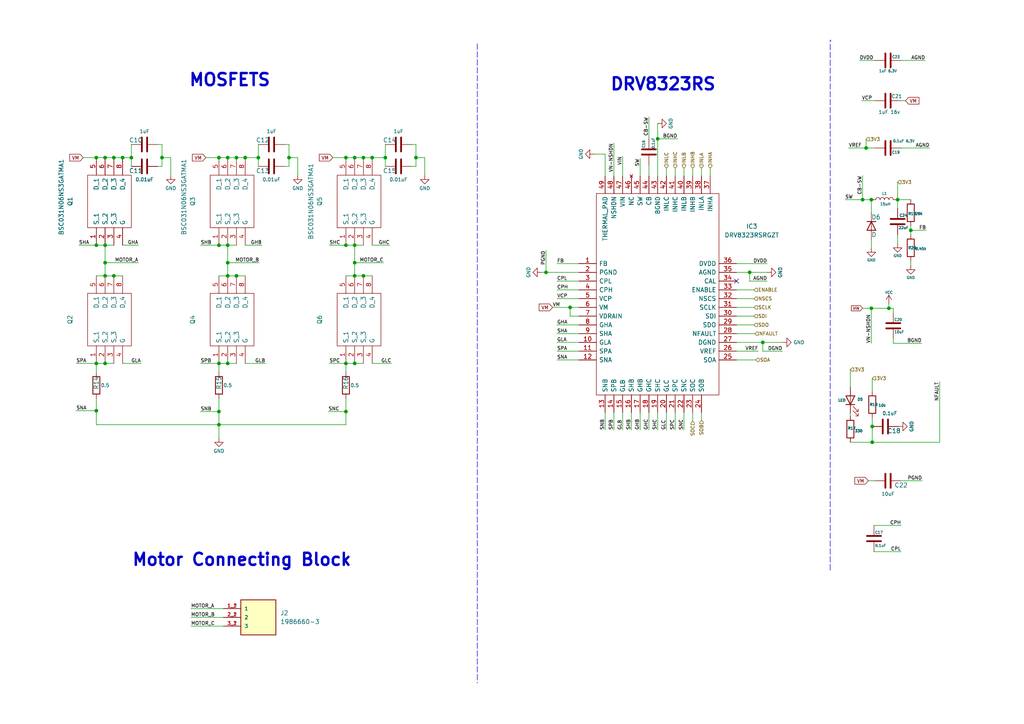
<source format=kicad_sch>
(kicad_sch (version 20211123) (generator eeschema)
  (paper "A4")
  (lib_symbols
    (symbol "3_Pin_Terminal_Block:1986660-3" (pin_names (offset 1.016))
      (property "Reference" "J" (at -5.58 5.08 0))
      (property "Value" "1986660-3" (at -5.08 -7.62 0))
      (symbol "1986660-3_0_0"
        (rectangle (start -5.08 -5.08) (end 5.08 5.08) (stroke (width 0.254)) (fill (type background)))
        (pin passive line (at -10.16 2.54 0) (length 5.08) (name "1") (number "1_1"))
        (pin passive line (at -10.16 2.54 0) (length 5.08) (name "1") (number "1_2"))
        (pin passive line (at -10.16 0 0) (length 5.08) (name "2") (number "2_1"))
        (pin passive line (at -10.16 0 0) (length 5.08) (name "2") (number "2_2"))
        (pin passive line (at -10.16 -2.54 0) (length 5.08) (name "3") (number "3_1"))
        (pin passive line (at -10.16 -2.54 0) (length 5.08) (name "3") (number "3_2"))
      )
    )
    (symbol "BSC031N06NS3GATMA1:BSC031N06NS3GATMA1" (pin_names (offset 0.762))
      (property "Reference" "Q" (at 21.59 7.62 0))
      (property "Value" "BSC031N06NS3GATMA1" (at 21.59 5.08 0))
      (symbol "BSC031N06NS3GATMA1_0_0"
        (pin passive line (at 0 0 0) (length 5.08) (name "S_1") (number "1"))
        (pin passive line (at 0 -2.54 0) (length 5.08) (name "S_2") (number "2"))
        (pin passive line (at 0 -5.08 0) (length 5.08) (name "S_3") (number "3"))
        (pin passive line (at 0 -7.62 0) (length 5.08) (name "G") (number "4"))
        (pin passive line (at 25.4 0 180) (length 5.08) (name "D_1") (number "5"))
        (pin passive line (at 25.4 -2.54 180) (length 5.08) (name "D_2") (number "6"))
        (pin passive line (at 25.4 -5.08 180) (length 5.08) (name "D_3") (number "7"))
        (pin passive line (at 25.4 -7.62 180) (length 5.08) (name "D_4") (number "8"))
      )
      (symbol "BSC031N06NS3GATMA1_0_1"
        (polyline (pts (xy 5.08 2.54) (xy 20.32 2.54) (xy 20.32 -10.16) (xy 5.08 -10.16) (xy 5.08 2.54)) (stroke (width 0.1524)))
      )
    )
    (symbol "DRV8323RSRGZT:DRV8323RSRGZT" (pin_names (offset 0.762))
      (property "Reference" "IC" (at 41.91 25.4 0))
      (property "Value" "DRV8323RSRGZT" (at 41.91 22.86 0))
      (symbol "DRV8323RSRGZT_0_0"
        (pin passive line (at 0 0 0) (length 5.08) (name "FB") (number "1"))
        (pin passive line (at 0 -22.86 0) (length 5.08) (name "GLA") (number "10"))
        (pin passive line (at 0 -25.4 0) (length 5.08) (name "SPA") (number "11"))
        (pin passive line (at 0 -27.94 0) (length 5.08) (name "SNA") (number "12"))
        (pin passive line (at 7.62 -43.18 90) (length 5.08) (name "SNB") (number "13"))
        (pin passive line (at 10.16 -43.18 90) (length 5.08) (name "SPB") (number "14"))
        (pin passive line (at 12.7 -43.18 90) (length 5.08) (name "GLB") (number "15"))
        (pin passive line (at 15.24 -43.18 90) (length 5.08) (name "SHB") (number "16"))
        (pin passive line (at 17.78 -43.18 90) (length 5.08) (name "GHB") (number "17"))
        (pin passive line (at 20.32 -43.18 90) (length 5.08) (name "GHC") (number "18"))
        (pin passive line (at 22.86 -43.18 90) (length 5.08) (name "SHC") (number "19"))
        (pin passive line (at 0 -2.54 0) (length 5.08) (name "PGND") (number "2"))
        (pin passive line (at 25.4 -43.18 90) (length 5.08) (name "GLC") (number "20"))
        (pin passive line (at 27.94 -43.18 90) (length 5.08) (name "SPC") (number "21"))
        (pin passive line (at 30.48 -43.18 90) (length 5.08) (name "SNC") (number "22"))
        (pin passive line (at 33.02 -43.18 90) (length 5.08) (name "SOC") (number "23"))
        (pin passive line (at 35.56 -43.18 90) (length 5.08) (name "SOB") (number "24"))
        (pin passive line (at 45.72 -27.94 180) (length 5.08) (name "SOA") (number "25"))
        (pin passive line (at 45.72 -25.4 180) (length 5.08) (name "VREF") (number "26"))
        (pin passive line (at 45.72 -22.86 180) (length 5.08) (name "DGND") (number "27"))
        (pin passive line (at 45.72 -20.32 180) (length 5.08) (name "NFAULT") (number "28"))
        (pin passive line (at 45.72 -17.78 180) (length 5.08) (name "SDO") (number "29"))
        (pin passive line (at 0 -5.08 0) (length 5.08) (name "CPL") (number "3"))
        (pin passive line (at 45.72 -15.24 180) (length 5.08) (name "SDI") (number "30"))
        (pin passive line (at 45.72 -12.7 180) (length 5.08) (name "SCLK") (number "31"))
        (pin passive line (at 45.72 -10.16 180) (length 5.08) (name "NSCS") (number "32"))
        (pin passive line (at 45.72 -7.62 180) (length 5.08) (name "ENABLE") (number "33"))
        (pin passive line (at 45.72 -5.08 180) (length 5.08) (name "CAL") (number "34"))
        (pin passive line (at 45.72 -2.54 180) (length 5.08) (name "AGND") (number "35"))
        (pin passive line (at 45.72 0 180) (length 5.08) (name "DVDD") (number "36"))
        (pin passive line (at 38.1 25.4 270) (length 5.08) (name "INHA") (number "37"))
        (pin passive line (at 35.56 25.4 270) (length 5.08) (name "INLA") (number "38"))
        (pin passive line (at 33.02 25.4 270) (length 5.08) (name "INHB") (number "39"))
        (pin passive line (at 0 -7.62 0) (length 5.08) (name "CPH") (number "4"))
        (pin passive line (at 30.48 25.4 270) (length 5.08) (name "INLB") (number "40"))
        (pin passive line (at 27.94 25.4 270) (length 5.08) (name "INHC") (number "41"))
        (pin passive line (at 25.4 25.4 270) (length 5.08) (name "INLC") (number "42"))
        (pin passive line (at 22.86 25.4 270) (length 5.08) (name "BGND") (number "43"))
        (pin passive line (at 20.32 25.4 270) (length 5.08) (name "CB") (number "44"))
        (pin passive line (at 17.78 25.4 270) (length 5.08) (name "SW") (number "45"))
        (pin no_connect line (at 15.24 25.4 270) (length 5.08) (name "NC") (number "46"))
        (pin passive line (at 12.7 25.4 270) (length 5.08) (name "VIN") (number "47"))
        (pin passive line (at 10.16 25.4 270) (length 5.08) (name "NSHDN") (number "48"))
        (pin passive line (at 7.62 25.4 270) (length 5.08) (name "THERMAL_PAD") (number "49"))
        (pin passive line (at 0 -10.16 0) (length 5.08) (name "VCP") (number "5"))
        (pin passive line (at 0 -12.7 0) (length 5.08) (name "VM") (number "6"))
        (pin passive line (at 0 -15.24 0) (length 5.08) (name "VDRAIN") (number "7"))
        (pin passive line (at 0 -17.78 0) (length 5.08) (name "GHA") (number "8"))
        (pin passive line (at 0 -20.32 0) (length 5.08) (name "SHA") (number "9"))
      )
      (symbol "DRV8323RSRGZT_0_1"
        (polyline (pts (xy 5.08 20.32) (xy 40.64 20.32) (xy 40.64 -38.1) (xy 5.08 -38.1) (xy 5.08 20.32)) (stroke (width 0.1524)))
      )
    )
    (symbol "Device:C" (pin_numbers hide) (pin_names (offset 0.254))
      (property "Reference" "C" (at 0.635 2.54 0))
      (property "Value" "C" (at 0.635 -2.54 0))
      (symbol "C_0_1"
        (polyline (pts (xy -2.032 -0.762) (xy 2.032 -0.762)) (stroke (width 0.508)))
        (polyline (pts (xy -2.032 0.762) (xy 2.032 0.762)) (stroke (width 0.508)))
      )
      (symbol "C_1_1"
        (pin passive line (at 0 3.81 270) (length 2.794) (name "~") (number "1"))
        (pin passive line (at 0 -3.81 90) (length 2.794) (name "~") (number "2"))
      )
    )
    (symbol "Device:D" (pin_numbers hide) (pin_names (offset 1.016) hide)
      (property "Reference" "D" (at 0 2.54 0))
      (property "Value" "D" (at 0 -2.54 0))
      (symbol "D_0_1"
        (polyline (pts (xy -1.27 1.27) (xy -1.27 -1.27)) (stroke (width 0.254)))
        (polyline (pts (xy 1.27 0) (xy -1.27 0)))
        (polyline (pts (xy 1.27 1.27) (xy 1.27 -1.27) (xy -1.27 0) (xy 1.27 1.27)) (stroke (width 0.254)))
      )
      (symbol "D_1_1"
        (pin passive line (at -3.81 0 0) (length 2.54) (name "K") (number "1"))
        (pin passive line (at 3.81 0 180) (length 2.54) (name "A") (number "2"))
      )
    )
    (symbol "Device:L" (pin_numbers hide) (pin_names (offset 1.016) hide)
      (property "Reference" "L" (at -1.27 0 90))
      (property "Value" "L" (at 1.905 0 90))
      (symbol "L_0_1"
        (arc (start 0 -2.54) (mid 0.635 -1.905) (end 0 -1.27))
        (arc (start 0 -1.27) (mid 0.635 -0.635) (end 0 0))
        (arc (start 0 0) (mid 0.635 0.635) (end 0 1.27))
        (arc (start 0 1.27) (mid 0.635 1.905) (end 0 2.54))
      )
      (symbol "L_1_1"
        (pin passive line (at 0 3.81 270) (length 1.27) (name "1") (number "1"))
        (pin passive line (at 0 -3.81 90) (length 1.27) (name "2") (number "2"))
      )
    )
    (symbol "Device:LED" (pin_numbers hide) (pin_names (offset 1.016) hide)
      (property "Reference" "D" (at 0 2.54 0))
      (property "Value" "LED" (at 0 -2.54 0))
      (symbol "LED_0_1"
        (polyline (pts (xy -1.27 -1.27) (xy -1.27 1.27)) (stroke (width 0.254)))
        (polyline (pts (xy -1.27 0) (xy 1.27 0)))
        (polyline (pts (xy 1.27 -1.27) (xy 1.27 1.27) (xy -1.27 0) (xy 1.27 -1.27)) (stroke (width 0.254)))
        (polyline (pts (xy -3.048 -0.762) (xy -4.572 -2.286) (xy -3.81 -2.286) (xy -4.572 -2.286) (xy -4.572 -1.524)))
        (polyline (pts (xy -1.778 -0.762) (xy -3.302 -2.286) (xy -2.54 -2.286) (xy -3.302 -2.286) (xy -3.302 -1.524)))
      )
      (symbol "LED_1_1"
        (pin passive line (at -3.81 0 0) (length 2.54) (name "K") (number "1"))
        (pin passive line (at 3.81 0 180) (length 2.54) (name "A") (number "2"))
      )
    )
    (symbol "Device:R" (pin_numbers hide) (pin_names (offset 0))
      (property "Reference" "R" (at 2.032 0 90))
      (property "Value" "R" (at 0 0 90))
      (symbol "R_0_1"
        (rectangle (start -1.016 -2.54) (end 1.016 2.54) (stroke (width 0.254)))
      )
      (symbol "R_1_1"
        (pin passive line (at 0 3.81 270) (length 1.27) (name "~") (number "1"))
        (pin passive line (at 0 -3.81 90) (length 1.27) (name "~") (number "2"))
      )
    )
    (symbol "GND_1" (power) (pin_names (offset 0))
      (property "Value" "GND_1" (at 0 -3.81 0))
      (symbol "GND_1_0_1"
        (polyline (pts (xy 0 0) (xy 0 -1.27) (xy 1.27 -1.27) (xy 0 -2.54) (xy -1.27 -1.27) (xy 0 -1.27)))
      )
      (symbol "GND_1_1_1"
        (pin power_in line (at 0 0 270) (length 0) hide (name "GND") (number "1"))
      )
    )
    (symbol "power:GND" (power) (pin_names (offset 0))
      (property "Value" "GND" (at 0 -3.81 0))
      (symbol "GND_0_1"
        (polyline (pts (xy 0 0) (xy 0 -1.27) (xy 1.27 -1.27) (xy 0 -2.54) (xy -1.27 -1.27) (xy 0 -1.27)))
      )
      (symbol "GND_1_1"
        (pin power_in line (at 0 0 270) (length 0) hide (name "GND") (number "1"))
      )
    )
    (symbol "power:VCC" (power) (pin_names (offset 0))
      (property "Value" "VCC" (at 0 3.81 0))
      (symbol "VCC_0_1"
        (polyline (pts (xy -0.762 1.27) (xy 0 2.54)))
        (polyline (pts (xy 0 0) (xy 0 2.54)))
        (polyline (pts (xy 0 2.54) (xy 0.762 1.27)))
      )
      (symbol "VCC_1_1"
        (pin power_in line (at 0 0 90) (length 0) hide (name "VCC") (number "1"))
      )
    )
  )
  (junction (at 190.754 40.259))
  (junction (at 68.58 80.01))
  (junction (at 35.56 45.72))
  (junction (at 120.65 45.72))
  (junction (at 30.48 45.72))
  (junction (at 66.04 76.2))
  (junction (at 100.33 119.38))
  (junction (at 27.94 71.12))
  (junction (at 100.33 105.41))
  (junction (at 63.5 123.19))
  (junction (at 102.87 76.2))
  (junction (at 33.02 80.01))
  (junction (at 107.95 45.72))
  (junction (at 27.94 119.126))
  (junction (at 27.94 45.72))
  (junction (at 63.5 71.12))
  (junction (at 30.48 80.01))
  (junction (at 260.35 57.912))
  (junction (at 158.369 78.994))
  (junction (at 105.41 45.72))
  (junction (at 71.12 45.72))
  (junction (at 102.87 105.41))
  (junction (at 63.5 45.72))
  (junction (at 27.94 105.41))
  (junction (at 66.04 71.12))
  (junction (at 30.48 105.41))
  (junction (at 33.02 45.72))
  (junction (at 66.04 80.01))
  (junction (at 63.5 105.41))
  (junction (at 250.19 57.912))
  (junction (at 66.04 105.41))
  (junction (at 46.99 45.72))
  (junction (at 66.04 45.72))
  (junction (at 105.41 80.01))
  (junction (at 102.87 80.01))
  (junction (at 217.424 78.994))
  (junction (at 252.984 123.698))
  (junction (at 30.48 71.12))
  (junction (at 100.33 45.72))
  (junction (at 252.73 89.408))
  (junction (at 100.33 71.12))
  (junction (at 63.5 119.38))
  (junction (at 264.16 66.802))
  (junction (at 83.82 45.72))
  (junction (at 102.87 45.72))
  (junction (at 38.1 45.72))
  (junction (at 257.81 89.408))
  (junction (at 68.58 45.72))
  (junction (at 30.48 76.2))
  (junction (at 74.93 45.72))
  (junction (at 252.73 57.912))
  (junction (at 102.87 71.12))
  (junction (at 252.984 128.27))
  (junction (at 111.76 45.72))
  (junction (at 165.354 89.154))
  (junction (at 221.234 99.314))
  (junction (at 251.206 42.926))
  (no_connect (at 213.614 81.534))
  (wire (pts (xy 261.366 29.21) (xy 262.636 29.21)))
  (wire (pts (xy 180.594 45.339) (xy 180.594 51.054)))
  (wire (pts (xy 86.36 50.8) (xy 86.36 45.72)))
  (wire (pts (xy 119.38 48.26) (xy 120.65 48.26)))
  (wire (pts (xy 213.614 76.454) (xy 222.504 76.454)))
  (wire (pts (xy 193.294 48.768) (xy 193.294 51.054)))
  (wire (pts (xy 59.69 45.72) (xy 63.5 45.72)))
  (wire (pts (xy 22.86 71.12) (xy 27.94 71.12)))
  (wire (pts (xy 63.5 105.41) (xy 63.5 107.95)))
  (wire (pts (xy 66.04 76.2) (xy 66.04 80.01)))
  (wire (pts (xy 185.674 119.634) (xy 185.674 124.714)))
  (wire (pts (xy 250.19 57.912) (xy 245.11 57.912)))
  (wire (pts (xy 102.87 105.41) (xy 105.41 105.41)))
  (wire (pts (xy 161.544 94.234) (xy 167.894 94.234)))
  (wire (pts (xy 213.614 86.614) (xy 218.694 86.614)))
  (wire (pts (xy 167.894 91.694) (xy 165.354 91.694)))
  (wire (pts (xy 63.5 123.19) (xy 63.5 127)))
  (wire (pts (xy 100.33 105.41) (xy 102.87 105.41)))
  (wire (pts (xy 193.294 119.634) (xy 193.294 124.714)))
  (wire (pts (xy 46.99 41.91) (xy 45.72 41.91)))
  (wire (pts (xy 71.12 45.72) (xy 74.93 45.72)))
  (wire (pts (xy 188.214 47.879) (xy 188.214 51.054)))
  (wire (pts (xy 221.234 101.854) (xy 221.234 99.314)))
  (wire (pts (xy 160.274 89.154) (xy 165.354 89.154)))
  (wire (pts (xy 63.5 123.19) (xy 100.33 123.19)))
  (wire (pts (xy 161.544 99.314) (xy 167.894 99.314)))
  (wire (pts (xy 178.054 41.529) (xy 178.054 51.054)))
  (wire (pts (xy 213.614 89.154) (xy 218.694 89.154)))
  (wire (pts (xy 63.5 80.01) (xy 66.04 80.01)))
  (wire (pts (xy 58.166 105.41) (xy 63.5 105.41)))
  (wire (pts (xy 188.214 33.909) (xy 188.214 40.259)))
  (wire (pts (xy 30.48 105.41) (xy 33.02 105.41)))
  (wire (pts (xy 251.206 40.386) (xy 251.206 42.926)))
  (wire (pts (xy 96.52 45.72) (xy 100.33 45.72)))
  (wire (pts (xy 257.81 88.138) (xy 257.81 89.408)))
  (wire (pts (xy 261.366 17.526) (xy 268.351 17.526)))
  (wire (pts (xy 63.5 115.57) (xy 63.5 119.38)))
  (wire (pts (xy 161.544 76.454) (xy 167.894 76.454)))
  (wire (pts (xy 38.1 45.72) (xy 38.1 48.26)))
  (wire (pts (xy 27.94 115.57) (xy 27.94 119.126)))
  (wire (pts (xy 272.542 128.27) (xy 272.542 110.744)))
  (wire (pts (xy 55.372 176.53) (xy 64.77 176.53)))
  (wire (pts (xy 198.374 48.768) (xy 198.374 51.054)))
  (wire (pts (xy 107.95 71.12) (xy 113.03 71.12)))
  (wire (pts (xy 264.16 65.532) (xy 264.16 66.802)))
  (wire (pts (xy 246.126 42.926) (xy 251.206 42.926)))
  (wire (pts (xy 30.48 76.2) (xy 40.132 76.2)))
  (wire (pts (xy 261.366 139.446) (xy 267.462 139.446)))
  (wire (pts (xy 102.87 76.2) (xy 111.252 76.2)))
  (wire (pts (xy 102.87 76.2) (xy 102.87 80.01)))
  (wire (pts (xy 58.166 71.12) (xy 63.5 71.12)))
  (wire (pts (xy 27.94 123.19) (xy 63.5 123.19)))
  (wire (pts (xy 249.936 29.21) (xy 253.746 29.21)))
  (wire (pts (xy 161.544 101.854) (xy 167.894 101.854)))
  (wire (pts (xy 95.25 119.38) (xy 100.33 119.38)))
  (wire (pts (xy 120.65 45.72) (xy 120.65 41.91)))
  (wire (pts (xy 260.35 68.072) (xy 260.35 70.612)))
  (wire (pts (xy 63.5 71.12) (xy 66.04 71.12)))
  (wire (pts (xy 185.674 45.974) (xy 185.674 51.054)))
  (wire (pts (xy 45.72 48.26) (xy 46.99 48.26)))
  (wire (pts (xy 120.65 48.26) (xy 120.65 45.72)))
  (wire (pts (xy 120.65 41.91) (xy 119.38 41.91)))
  (polyline (pts (xy 240.792 11.684) (xy 241.046 11.684)))
  (wire (pts (xy 74.93 45.72) (xy 74.93 48.26)))
  (wire (pts (xy 259.08 99.568) (xy 267.335 99.568)))
  (wire (pts (xy 27.94 71.12) (xy 30.48 71.12)))
  (wire (pts (xy 68.58 45.72) (xy 71.12 45.72)))
  (wire (pts (xy 100.33 115.57) (xy 100.33 119.38)))
  (wire (pts (xy 213.614 104.394) (xy 219.202 104.394)))
  (wire (pts (xy 260.35 52.832) (xy 260.35 57.912)))
  (wire (pts (xy 221.234 99.314) (xy 226.949 99.314)))
  (wire (pts (xy 200.914 48.768) (xy 200.914 51.054)))
  (wire (pts (xy 74.93 41.91) (xy 74.93 45.72)))
  (wire (pts (xy 203.454 119.634) (xy 203.454 121.92)))
  (wire (pts (xy 95.504 105.41) (xy 100.33 105.41)))
  (wire (pts (xy 33.02 80.01) (xy 35.56 80.01)))
  (wire (pts (xy 33.02 45.72) (xy 35.56 45.72)))
  (wire (pts (xy 195.834 119.634) (xy 195.834 124.714)))
  (wire (pts (xy 213.614 91.694) (xy 218.694 91.694)))
  (wire (pts (xy 161.544 96.774) (xy 167.894 96.774)))
  (wire (pts (xy 27.94 105.41) (xy 30.48 105.41)))
  (wire (pts (xy 49.53 45.72) (xy 46.99 45.72)))
  (wire (pts (xy 158.369 72.644) (xy 158.369 78.994)))
  (wire (pts (xy 35.56 45.72) (xy 38.1 45.72)))
  (wire (pts (xy 252.73 69.342) (xy 252.73 71.882)))
  (wire (pts (xy 107.95 45.72) (xy 111.76 45.72)))
  (wire (pts (xy 24.13 45.72) (xy 27.94 45.72)))
  (wire (pts (xy 264.16 75.692) (xy 264.16 76.962)))
  (wire (pts (xy 111.76 45.72) (xy 111.76 48.26)))
  (wire (pts (xy 161.544 86.614) (xy 167.894 86.614)))
  (wire (pts (xy 105.41 80.01) (xy 107.95 80.01)))
  (wire (pts (xy 213.614 96.774) (xy 218.948 96.774)))
  (wire (pts (xy 260.35 57.912) (xy 260.35 60.452)))
  (wire (pts (xy 264.16 66.802) (xy 264.16 68.072)))
  (wire (pts (xy 86.36 45.72) (xy 83.82 45.72)))
  (wire (pts (xy 252.73 89.408) (xy 257.81 89.408)))
  (wire (pts (xy 55.372 181.61) (xy 64.77 181.61)))
  (wire (pts (xy 102.87 80.01) (xy 105.41 80.01)))
  (polyline (pts (xy 138.43 12.7) (xy 138.43 198.12)))
  (wire (pts (xy 157.099 78.994) (xy 158.369 78.994)))
  (wire (pts (xy 30.48 71.12) (xy 33.02 71.12)))
  (wire (pts (xy 175.514 119.634) (xy 175.514 124.714)))
  (wire (pts (xy 111.76 41.91) (xy 111.76 45.72)))
  (wire (pts (xy 246.634 119.888) (xy 246.634 120.65)))
  (wire (pts (xy 250.19 57.912) (xy 252.73 57.912)))
  (wire (pts (xy 107.95 105.41) (xy 113.538 105.41)))
  (wire (pts (xy 261.366 42.926) (xy 269.621 42.926)))
  (wire (pts (xy 55.372 179.07) (xy 64.77 179.07)))
  (wire (pts (xy 252.73 89.408) (xy 252.73 99.568)))
  (wire (pts (xy 190.754 40.259) (xy 190.754 51.054)))
  (wire (pts (xy 217.424 81.534) (xy 217.424 78.994)))
  (wire (pts (xy 161.544 104.394) (xy 167.894 104.394)))
  (wire (pts (xy 213.614 84.074) (xy 218.694 84.074)))
  (wire (pts (xy 190.754 119.634) (xy 190.754 124.714)))
  (wire (pts (xy 178.054 119.634) (xy 178.054 124.714)))
  (wire (pts (xy 27.94 45.72) (xy 30.48 45.72)))
  (wire (pts (xy 252.984 123.698) (xy 252.984 128.27)))
  (wire (pts (xy 253.746 139.446) (xy 251.841 139.446)))
  (wire (pts (xy 100.33 80.01) (xy 102.87 80.01)))
  (wire (pts (xy 250.19 50.927) (xy 250.19 57.912)))
  (wire (pts (xy 251.206 42.926) (xy 253.746 42.926)))
  (wire (pts (xy 250.19 89.408) (xy 252.73 89.408)))
  (wire (pts (xy 35.56 71.12) (xy 40.132 71.12)))
  (wire (pts (xy 222.504 81.534) (xy 217.424 81.534)))
  (wire (pts (xy 213.614 78.994) (xy 217.424 78.994)))
  (wire (pts (xy 68.58 80.01) (xy 71.12 80.01)))
  (wire (pts (xy 46.99 45.72) (xy 46.99 41.91)))
  (wire (pts (xy 100.33 45.72) (xy 102.87 45.72)))
  (wire (pts (xy 198.374 119.634) (xy 198.374 124.714)))
  (wire (pts (xy 260.35 57.912) (xy 264.16 57.912)))
  (wire (pts (xy 100.33 119.38) (xy 100.33 123.19)))
  (wire (pts (xy 252.73 57.912) (xy 252.73 61.722)))
  (wire (pts (xy 100.33 71.12) (xy 102.87 71.12)))
  (wire (pts (xy 30.48 45.72) (xy 33.02 45.72)))
  (wire (pts (xy 66.04 76.2) (xy 75.184 76.2)))
  (wire (pts (xy 161.544 84.074) (xy 167.894 84.074)))
  (wire (pts (xy 123.19 50.8) (xy 123.19 45.72)))
  (wire (pts (xy 63.5 45.72) (xy 66.04 45.72)))
  (wire (pts (xy 249.301 17.526) (xy 253.746 17.526)))
  (wire (pts (xy 195.834 48.768) (xy 195.834 51.054)))
  (wire (pts (xy 83.82 41.91) (xy 82.55 41.91)))
  (wire (pts (xy 35.56 105.41) (xy 40.894 105.41)))
  (wire (pts (xy 63.5 105.41) (xy 66.04 105.41)))
  (wire (pts (xy 22.098 119.126) (xy 27.94 119.126)))
  (wire (pts (xy 188.214 119.634) (xy 188.214 124.714)))
  (wire (pts (xy 213.614 101.854) (xy 219.964 101.854)))
  (wire (pts (xy 71.12 71.12) (xy 75.946 71.12)))
  (wire (pts (xy 105.41 45.72) (xy 107.95 45.72)))
  (wire (pts (xy 30.48 80.01) (xy 33.02 80.01)))
  (wire (pts (xy 190.754 35.814) (xy 190.754 40.259)))
  (wire (pts (xy 38.1 41.91) (xy 38.1 45.72)))
  (wire (pts (xy 165.354 91.694) (xy 165.354 89.154)))
  (wire (pts (xy 175.514 51.054) (xy 175.514 44.704)))
  (wire (pts (xy 158.369 78.994) (xy 167.894 78.994)))
  (wire (pts (xy 71.12 105.41) (xy 76.962 105.41)))
  (wire (pts (xy 213.614 99.314) (xy 221.234 99.314)))
  (wire (pts (xy 82.55 48.26) (xy 83.82 48.26)))
  (wire (pts (xy 200.914 119.634) (xy 200.914 122.174)))
  (wire (pts (xy 180.594 119.634) (xy 180.594 124.714)))
  (wire (pts (xy 213.614 94.234) (xy 218.694 94.234)))
  (wire (pts (xy 190.754 40.259) (xy 196.469 40.259)))
  (wire (pts (xy 205.994 48.768) (xy 205.994 51.054)))
  (wire (pts (xy 246.634 128.27) (xy 252.984 128.27)))
  (wire (pts (xy 83.82 48.26) (xy 83.82 45.72)))
  (wire (pts (xy 83.82 45.72) (xy 83.82 41.91)))
  (wire (pts (xy 63.5 119.38) (xy 63.5 123.19)))
  (wire (pts (xy 30.48 76.2) (xy 30.48 80.01)))
  (wire (pts (xy 66.04 71.12) (xy 68.58 71.12)))
  (wire (pts (xy 257.81 89.408) (xy 259.08 89.408)))
  (wire (pts (xy 183.134 119.634) (xy 183.134 124.714)))
  (wire (pts (xy 27.94 119.126) (xy 27.94 123.19)))
  (wire (pts (xy 27.94 105.41) (xy 27.94 107.95)))
  (wire (pts (xy 102.87 71.12) (xy 105.41 71.12)))
  (wire (pts (xy 95.504 71.12) (xy 100.33 71.12)))
  (wire (pts (xy 203.454 48.768) (xy 203.454 51.054)))
  (wire (pts (xy 217.424 78.994) (xy 222.504 78.994)))
  (wire (pts (xy 58.166 119.38) (xy 63.5 119.38)))
  (wire (pts (xy 259.08 89.408) (xy 259.08 90.678)))
  (wire (pts (xy 102.87 45.72) (xy 105.41 45.72)))
  (wire (pts (xy 252.984 121.158) (xy 252.984 123.698)))
  (wire (pts (xy 66.04 71.12) (xy 66.04 76.2)))
  (wire (pts (xy 253.492 152.4) (xy 261.366 152.4)))
  (wire (pts (xy 246.634 107.188) (xy 246.634 112.268)))
  (wire (pts (xy 46.99 48.26) (xy 46.99 45.72)))
  (wire (pts (xy 66.04 105.41) (xy 68.58 105.41)))
  (wire (pts (xy 175.514 44.704) (xy 172.339 44.704)))
  (wire (pts (xy 66.04 80.01) (xy 68.58 80.01)))
  (wire (pts (xy 27.94 80.01) (xy 30.48 80.01)))
  (wire (pts (xy 161.544 81.534) (xy 167.894 81.534)))
  (wire (pts (xy 100.33 105.41) (xy 100.33 107.95)))
  (wire (pts (xy 253.492 160.02) (xy 261.366 160.02)))
  (wire (pts (xy 226.949 101.854) (xy 221.234 101.854)))
  (wire (pts (xy 22.098 105.41) (xy 27.94 105.41)))
  (wire (pts (xy 30.48 71.12) (xy 30.48 76.2)))
  (wire (pts (xy 252.984 128.27) (xy 272.542 128.27)))
  (polyline (pts (xy 240.792 165.354) (xy 240.792 11.684)))
  (wire (pts (xy 252.984 109.728) (xy 252.984 113.538)))
  (wire (pts (xy 165.354 89.154) (xy 167.894 89.154)))
  (wire (pts (xy 264.16 66.802) (xy 268.605 66.802)))
  (wire (pts (xy 49.53 50.8) (xy 49.53 45.72)))
  (wire (pts (xy 259.08 98.298) (xy 259.08 99.568)))
  (wire (pts (xy 123.19 45.72) (xy 120.65 45.72)))
  (wire (pts (xy 102.87 71.12) (xy 102.87 76.2)))
  (wire (pts (xy 66.04 45.72) (xy 68.58 45.72)))
  (text "DRV8323RS\n\n" (at 176.784 32.258 0) (effects (font (size 3.5 3.5) bold) (justify left bottom)))
  (text "MOSFETS\n" (at 54.61 25.4 0) (effects (font (size 3.5 3.5) bold) (justify left bottom)))
  (text "Motor Connecting Block\n\n" (at 38.1 170.18 0) (effects (font (size 3.5 3.5) bold) (justify left bottom)))
  (label "VN-NSHDN" (at 252.73 99.568 90) (effects (font (size 1 1))))
  (label "SNA" (at 22.098 119.126 0) (effects (font (size 1 1))))
  (label "SNC" (at 198.374 124.714 90) (effects (font (size 1 1))))
  (label "AGND" (at 269.621 42.926 180) (effects (font (size 1 1))))
  (label "VREF" (at 246.126 42.926 0) (effects (font (size 1 1))))
  (label "GHA" (at 40.132 71.12 180) (effects (font (size 1 1))))
  (label "SPA" (at 22.098 105.41 0) (effects (font (size 1 1))))
  (label "SPC" (at 195.834 124.714 90) (effects (font (size 1 1))))
  (label "PGND" (at 158.369 72.644 270) (effects (font (size 1 1))))
  (label "SHA" (at 22.86 71.12 0) (effects (font (size 1 1))))
  (label "VM" (at 160.274 89.154 0) (effects (font (size 1 1))))
  (label "SHB" (at 183.134 124.714 90) (effects (font (size 1 1))))
  (label "BGND" (at 196.469 40.259 180) (effects (font (size 1 1))))
  (label "SPA" (at 161.544 101.854 0) (effects (font (size 1 1))))
  (label "GHC" (at 188.214 124.714 90) (effects (font (size 1 1))))
  (label "SHC" (at 95.504 71.12 0) (effects (font (size 1 1))))
  (label "SHC" (at 190.754 124.714 90) (effects (font (size 1 1))))
  (label "AGND" (at 222.504 81.534 180) (effects (font (size 1 1))))
  (label "SPB" (at 178.054 124.714 90) (effects (font (size 1 1))))
  (label "MOTOR_A" (at 40.132 76.2 180) (effects (font (size 1 1))))
  (label "GLC" (at 193.294 124.714 90) (effects (font (size 1 1))))
  (label "GLB" (at 180.594 124.714 90) (effects (font (size 1 1))))
  (label "MOTOR_B" (at 75.184 76.2 180) (effects (font (size 1 1))))
  (label "DVDD" (at 249.301 17.526 0) (effects (font (size 1 1))))
  (label "SNA" (at 161.544 104.394 0) (effects (font (size 1 1))))
  (label "GLA" (at 161.544 99.314 0) (effects (font (size 1 1))))
  (label "GLA" (at 40.894 105.41 180) (effects (font (size 1 1))))
  (label "CPH" (at 161.544 84.074 0) (effects (font (size 1 1))))
  (label "VCP" (at 249.936 29.21 0) (effects (font (size 1 1))))
  (label "SPC" (at 95.504 105.41 0) (effects (font (size 1 1))))
  (label "GLB" (at 76.962 105.41 180) (effects (font (size 1 1))))
  (label "CPL" (at 161.544 81.534 0) (effects (font (size 1 1))))
  (label "SNB" (at 175.514 124.714 90) (effects (font (size 1 1))))
  (label "SHA" (at 161.544 96.774 0) (effects (font (size 1 1))))
  (label "SW" (at 245.11 57.912 0) (effects (font (size 1 1))))
  (label "GHA" (at 161.544 94.234 0) (effects (font (size 1 1))))
  (label "SNB" (at 58.166 119.38 0) (effects (font (size 1 1))))
  (label "PGND" (at 267.462 139.446 180) (effects (font (size 1 1))))
  (label "DVDD" (at 222.504 76.454 180) (effects (font (size 1 1))))
  (label "DGND" (at 226.949 101.854 180) (effects (font (size 1 1))))
  (label "CB-SW" (at 250.19 50.927 270) (effects (font (size 1 1))))
  (label "CPL" (at 261.366 160.02 180) (effects (font (size 1 1))))
  (label "VIN" (at 180.594 45.339 270) (effects (font (size 1 1))))
  (label "VN-NSHDN" (at 178.054 41.529 270) (effects (font (size 1 1))))
  (label "NFAULT" (at 272.542 110.744 270) (effects (font (size 1 1))))
  (label "MOTOR_C" (at 55.372 181.61 0) (effects (font (size 1 1))))
  (label "FB" (at 268.605 66.802 180) (effects (font (size 1 1))))
  (label "AGND" (at 268.351 17.526 180) (effects (font (size 1 1))))
  (label "VREF" (at 219.964 101.854 180) (effects (font (size 1 1))))
  (label "SHB" (at 58.166 71.12 0) (effects (font (size 1 1))))
  (label "MOTOR_B" (at 55.372 179.07 0) (effects (font (size 1 1))))
  (label "GLC" (at 113.538 105.41 180) (effects (font (size 1 1))))
  (label "MOTOR_C" (at 111.252 76.2 180) (effects (font (size 1 1))))
  (label "CB-SW" (at 188.214 33.909 270) (effects (font (size 1 1))))
  (label "MOTOR_A" (at 55.372 176.53 0) (effects (font (size 1 1))))
  (label "GHB" (at 75.946 71.12 180) (effects (font (size 1 1))))
  (label "SPB" (at 58.166 105.41 0) (effects (font (size 1 1))))
  (label "GHC" (at 113.03 71.12 180) (effects (font (size 1 1))))
  (label "BGND" (at 267.335 99.568 180) (effects (font (size 1 1))))
  (label "FB" (at 161.544 76.454 0) (effects (font (size 1 1))))
  (label "CPH" (at 261.366 152.4 180) (effects (font (size 1 1))))
  (label "SNC" (at 95.25 119.38 0) (effects (font (size 1 1))))
  (label "VCP" (at 161.544 86.614 0) (effects (font (size 1 1))))
  (label "SW" (at 185.674 45.974 270) (effects (font (size 1 1))))
  (label "GHB" (at 185.674 124.714 90) (effects (font (size 1 1))))
  (global_label "VM" (shape input) (at 160.274 89.154 180) (effects (font (size 1 1))) (property "Intersheet References" "${INTERSHEET_REFS}" (effects hide)))
  (global_label "VM" (shape input) (at 24.13 45.72 180) (effects (font (size 1 1))) (property "Intersheet References" "${INTERSHEET_REFS}" (effects hide)))
  (global_label "VM" (shape input) (at 251.841 139.446 180) (effects (font (size 1 1))) (property "Intersheet References" "${INTERSHEET_REFS}" (effects hide)))
  (global_label "VM" (shape input) (at 262.636 29.21 0) (effects (font (size 1 1))) (property "Intersheet References" "${INTERSHEET_REFS}" (effects hide)))
  (global_label "VM" (shape input) (at 96.52 45.72 180) (effects (font (size 1 1))) (property "Intersheet References" "${INTERSHEET_REFS}" (effects hide)))
  (global_label "VIN" (shape input) (at 250.19 89.408 180) (effects (font (size 0.762 0.762))) (property "Intersheet References" "${INTERSHEET_REFS}" (effects hide)))
  (global_label "VM" (shape input) (at 59.69 45.72 180) (effects (font (size 1 1))) (property "Intersheet References" "${INTERSHEET_REFS}" (effects hide)))
  (hierarchical_label "INLA" (shape input) (at 203.454 48.768 90) (effects (font (size 1 1))))
  (hierarchical_label "INHA" (shape input) (at 205.994 48.768 90) (effects (font (size 1 1))))
  (hierarchical_label "SOC" (shape input) (at 200.914 122.174 270) (effects (font (size 1 1))))
  (hierarchical_label "3V3" (shape input) (at 246.634 107.188 0) (effects (font (size 1 1))))
  (hierarchical_label "NSCS" (shape input) (at 218.694 86.614 0) (effects (font (size 1 1))))
  (hierarchical_label "INHC" (shape input) (at 195.834 48.768 90) (effects (font (size 1 1))))
  (hierarchical_label "SDO" (shape input) (at 218.694 94.234 0) (effects (font (size 1 1))))
  (hierarchical_label "SOA" (shape input) (at 219.202 104.394 0) (effects (font (size 1 1))))
  (hierarchical_label "ENABLE" (shape input) (at 218.694 84.074 0) (effects (font (size 1 1))))
  (hierarchical_label "INLB" (shape input) (at 198.374 48.768 90) (effects (font (size 1 1))))
  (hierarchical_label "SOB" (shape input) (at 203.454 121.92 270) (effects (font (size 1 1))))
  (hierarchical_label "INHB" (shape input) (at 200.914 48.768 90) (effects (font (size 1 1))))
  (hierarchical_label "SCLK" (shape input) (at 218.694 89.154 0) (effects (font (size 1 1))))
  (hierarchical_label "SDI" (shape input) (at 218.694 91.694 0) (effects (font (size 1 1))))
  (hierarchical_label "INLC" (shape input) (at 193.294 48.768 90) (effects (font (size 1 1))))
  (hierarchical_label "3V3" (shape input) (at 252.984 109.728 0) (effects (font (size 1 1))))
  (hierarchical_label "NFAULT" (shape input) (at 218.948 96.774 0) (effects (font (size 1 1))))
  (hierarchical_label "3V3" (shape input) (at 251.206 40.386 0) (effects (font (size 1 1))))
  (hierarchical_label "3V3" (shape input) (at 260.35 52.832 0) (effects (font (size 1 1))))
  (symbol (lib_id "power:GND") (at 222.504 78.994 90) (unit 1)
    (property "Reference" "#PWR033" (effects hide))
    (property "Value" "GND" (at 226.314 78.994 0) (effects (font (size 1 1))))
  )
  (symbol (lib_id "power:GND") (at 49.53 50.8 0) (unit 1)
    (property "Reference" "#PWR026" (effects hide))
    (property "Value" "GND" (at 49.53 54.61 0) (effects (font (size 1 1))))
  )
  (symbol (lib_id "Device:C") (at 253.492 156.21 180) (unit 1)
    (property "Reference" "C17" (at 253.746 154.432 0) (effects (font (size 0.762 0.762)) (justify right)))
    (property "Value" "0.1uF" (at 253.746 158.242 0) (effects (font (size 0.762 0.762)) (justify right)))
  )
  (symbol (lib_id "Device:C") (at 78.74 41.91 90) (unit 1)
    (property "Reference" "C12" (at 76.2 40.64 90))
    (property "Value" "1uF" (at 78.74 38.1 90) (effects (font (size 1 1))))
  )
  (symbol (lib_id "power:GND") (at 260.604 123.698 90) (unit 1)
    (property "Reference" "#PWR038" (effects hide))
    (property "Value" "GND" (at 264.414 123.698 0) (effects (font (size 1 1))))
  )
  (symbol (lib_id "Device:R") (at 27.94 111.76 0) (unit 1)
    (property "Reference" "R14" (at 27.94 113.03 90) (effects (justify left)))
    (property "Value" "0.5" (at 29.21 111.76 0) (effects (font (size 1 1)) (justify left)))
  )
  (symbol (lib_id "Device:R") (at 63.5 111.76 0) (unit 1)
    (property "Reference" "R15" (at 63.5 113.03 90) (effects (justify left)))
    (property "Value" "0.5" (at 64.77 111.76 0) (effects (font (size 1 1)) (justify left)))
  )
  (symbol (lib_id "BSC031N06NS3GATMA1:BSC031N06NS3GATMA1") (at 63.5 71.12 90) (unit 1)
    (property "Reference" "Q3" (at 55.88 58.42 0))
    (property "Value" "BSC031N06NS3GATMA1" (at 53.34 57.15 0))
    (property "Footprint" "PG-TDSON-8_1" (effects hide))
    (property "Datasheet" "https://www.arrow.com/en/products/bsc031n06ns3gatma1/infineon-technologies-ag" (effects hide))
    (property "Description" "Infineon BSC031N06NS3GATMA1 N-channel MOSFET, 100 A, 60 V OptiMOS 3, 8-Pin TDSON" (effects hide))
    (property "Arrow Part Number" "BSC031N06NS3GATMA1" (effects hide))
    (property "Arrow Price/Stock" "https://www.arrow.com/en/products/bsc031n06ns3gatma1/infineon-technologies-ag" (effects hide))
    (property "Manufacturer_Name" "Infineon" (effects hide))
    (property "Manufacturer_Part_Number" "BSC031N06NS3GATMA1" (effects hide))
  )
  (symbol (lib_id "Device:LED") (at 246.634 116.078 90) (unit 1)
    (property "Reference" "D5" (at 248.666 115.824 90) (effects (font (size 0.762 0.762)) (justify right)))
    (property "Value" "LED" (at 243.078 116.078 90) (effects (font (size 0.762 0.762)) (justify right)))
  )
  (symbol (lib_id "DRV8323RSRGZT:DRV8323RSRGZT") (at 167.894 76.454 0) (unit 1)
    (property "Reference" "IC3" (at 218.059 65.659 0))
    (property "Value" "DRV8323RSRGZT" (at 218.059 68.199 0))
    (property "Footprint" "QFN50P700X700X100-49N-D" (effects hide))
    (property "Datasheet" "http://www.ti.com/lit/ds/symlink/drv8323.pdf" (effects hide))
    (property "Description" "60V Three-Phase Smart Gate Driver With Buck Regulator and Three Current Shunt Amplifiers" (effects hide))
    (property "Height" "1" (effects hide))
    (property "Manufacturer_Name" "Texas Instruments" (effects hide))
    (property "Manufacturer_Part_Number" "DRV8323RSRGZT" (effects hide))
    (property "Mouser Part Number" "595-DRV8323RSRGZT" (effects hide))
    (property "Mouser Price/Stock" "https://www.mouser.co.uk/ProductDetail/Texas-Instruments/DRV8323RSRGZT?qs=Mv7BduZupUh8uglXmMY%2FjA%3D%3D" (effects hide))
    (property "Arrow Part Number" "DRV8323RSRGZT" (effects hide))
    (property "Arrow Price/Stock" "https://www.arrow.com/en/products/drv8323rsrgzt/texas-instruments?region=nac" (effects hide))
  )
  (symbol (lib_id "Device:R") (at 264.16 61.722 0) (unit 1)
    (property "Reference" "R19" (at 263.398 61.976 0) (effects (font (size 0.762 0.762)) (justify left)))
    (property "Value" "28k" (at 265.43 61.976 0) (effects (font (size 0.762 0.762)) (justify left)))
  )
  (symbol (lib_id "BSC031N06NS3GATMA1:BSC031N06NS3GATMA1") (at 63.5 105.41 90) (unit 1)
    (property "Reference" "Q4" (at 55.88 92.71 0))
    (property "Value" "BSC031N06NS3GATMA1" (effects hide))
    (property "Footprint" "PG-TDSON-8_1" (effects hide))
    (property "Datasheet" "https://www.arrow.com/en/products/bsc031n06ns3gatma1/infineon-technologies-ag" (effects hide))
    (property "Description" "Infineon BSC031N06NS3GATMA1 N-channel MOSFET, 100 A, 60 V OptiMOS 3, 8-Pin TDSON" (effects hide))
    (property "Arrow Part Number" "BSC031N06NS3GATMA1" (effects hide))
    (property "Arrow Price/Stock" "https://www.arrow.com/en/products/bsc031n06ns3gatma1/infineon-technologies-ag" (effects hide))
    (property "Manufacturer_Name" "Infineon" (effects hide))
    (property "Manufacturer_Part_Number" "BSC031N06NS3GATMA1" (effects hide))
  )
  (symbol (lib_id "Device:C") (at 41.91 48.26 90) (unit 1)
    (property "Reference" "C11" (at 39.37 49.53 90))
    (property "Value" "0.01uF" (at 41.91 52.07 90) (effects (font (size 1 1))))
  )
  (symbol (lib_id "power:GND") (at 123.19 50.8 0) (unit 1)
    (property "Reference" "#PWR029" (effects hide))
    (property "Value" "GND" (at 123.19 54.61 0) (effects (font (size 1 1))))
  )
  (symbol (lib_id "Device:C") (at 256.794 123.698 90) (unit 1)
    (property "Reference" "C18" (at 259.334 124.968 90))
    (property "Value" "0.1uF" (at 258.064 119.888 90) (effects (font (size 1 1))))
  )
  (symbol (lib_id "Device:R") (at 252.984 117.348 0) (unit 1)
    (property "Reference" "R18" (at 252.222 117.348 0) (effects (font (size 0.762 0.762)) (justify left)))
    (property "Value" "10k" (at 254.762 117.602 0) (effects (font (size 0.762 0.762)) (justify left)))
  )
  (symbol (lib_id "Device:C") (at 41.91 41.91 90) (unit 1)
    (property "Reference" "C10" (at 39.37 40.64 90))
    (property "Value" "1uF" (at 41.91 38.1 90) (effects (font (size 1 1))))
  )
  (symbol (lib_id "Device:L") (at 256.54 57.912 90) (unit 1)
    (property "Reference" "L1" (at 256.54 56.134 90) (effects (font (size 0.762 0.762))))
    (property "Value" "15uH" (at 256.794 59.182 90) (effects (font (size 0.762 0.762))))
  )
  (symbol (lib_id "Device:R") (at 264.16 71.882 0) (unit 1)
    (property "Reference" "R20" (at 263.398 71.882 0) (effects (font (size 0.762 0.762)) (justify left)))
    (property "Value" "8.45k" (at 265.43 72.136 0) (effects (font (size 0.762 0.762)) (justify left)))
  )
  (symbol (lib_id "Device:C") (at 257.556 139.446 90) (unit 1)
    (property "Reference" "C22" (at 261.366 140.716 90))
    (property "Value" "10uF" (at 257.556 143.256 90) (effects (font (size 1 1))))
  )
  (symbol (lib_id "Device:C") (at 115.57 41.91 90) (unit 1)
    (property "Reference" "C14" (at 113.03 40.64 90))
    (property "Value" "1uF" (at 115.57 38.1 90) (effects (font (size 1 1))))
  )
  (symbol (lib_name "GND_1") (lib_id "power:GND") (at 226.949 99.314 90) (unit 1)
    (property "Reference" "#PWR034" (effects hide))
    (property "Value" "GND" (at 230.124 99.314 90) (effects (font (size 1 1)) (justify right)))
  )
  (symbol (lib_id "Device:D") (at 252.73 65.532 270) (unit 1)
    (property "Reference" "D6" (at 252.73 62.992 90) (effects (justify left)))
    (property "Value" "D" (at 252.73 68.072 90) (effects (justify left)))
  )
  (symbol (lib_id "power:VCC") (at 257.81 88.138 0) (unit 1)
    (property "Reference" "#PWR036" (effects hide))
    (property "Value" "VCC" (at 257.81 84.836 0) (effects (font (size 0.762 0.762))))
  )
  (symbol (lib_id "Device:C") (at 257.556 42.926 90) (unit 1)
    (property "Reference" "C19" (at 259.842 44.196 90) (effects (font (size 0.762 0.762))))
    (property "Value" "0.1uF 6.3V" (at 262.128 40.894 90) (effects (font (size 0.762 0.762))))
  )
  (symbol (lib_id "Device:C") (at 188.214 44.069 180) (unit 1)
    (property "Reference" "C16" (at 186.69 41.783 90) (effects (font (size 0.762 0.762))))
    (property "Value" "0.1uF" (at 189.484 41.529 90) (effects (font (size 0.762 0.762))))
  )
  (symbol (lib_id "BSC031N06NS3GATMA1:BSC031N06NS3GATMA1") (at 100.33 71.12 90) (unit 1)
    (property "Reference" "Q5" (at 92.71 58.42 0))
    (property "Value" "BSC031N06NS3GATMA1" (at 90.17 58.42 0))
    (property "Footprint" "PG-TDSON-8_1" (effects hide))
    (property "Datasheet" "https://www.arrow.com/en/products/bsc031n06ns3gatma1/infineon-technologies-ag" (effects hide))
    (property "Description" "Infineon BSC031N06NS3GATMA1 N-channel MOSFET, 100 A, 60 V OptiMOS 3, 8-Pin TDSON" (effects hide))
    (property "Arrow Part Number" "BSC031N06NS3GATMA1" (effects hide))
    (property "Arrow Price/Stock" "https://www.arrow.com/en/products/bsc031n06ns3gatma1/infineon-technologies-ag" (effects hide))
    (property "Manufacturer_Name" "Infineon" (effects hide))
    (property "Manufacturer_Part_Number" "BSC031N06NS3GATMA1" (effects hide))
  )
  (symbol (lib_id "Device:C") (at 257.556 29.21 90) (unit 1)
    (property "Reference" "C21" (at 260.096 27.94 90) (effects (font (size 1 1))))
    (property "Value" "1uF 16v" (at 257.937 32.512 90) (effects (font (size 1 1))))
  )
  (symbol (lib_id "power:GND") (at 63.5 127 0) (unit 1)
    (property "Reference" "#PWR027" (effects hide))
    (property "Value" "GND" (at 63.5 130.81 0) (effects (font (size 1 1))))
  )
  (symbol (lib_id "power:GND") (at 252.73 71.882 0) (unit 1)
    (property "Reference" "#PWR035" (effects hide))
    (property "Value" "GND" (at 252.73 75.438 0) (effects (font (size 0.762 0.762))))
  )
  (symbol (lib_id "BSC031N06NS3GATMA1:BSC031N06NS3GATMA1") (at 27.94 71.12 90) (unit 1)
    (property "Reference" "Q1" (at 20.32 58.42 0))
    (property "Value" "BSC031N06NS3GATMA1" (at 17.78 57.15 0))
    (property "Footprint" "PG-TDSON-8_1" (effects hide))
    (property "Datasheet" "https://www.arrow.com/en/products/bsc031n06ns3gatma1/infineon-technologies-ag" (effects hide))
    (property "Description" "Infineon BSC031N06NS3GATMA1 N-channel MOSFET, 100 A, 60 V OptiMOS 3, 8-Pin TDSON" (effects hide))
    (property "Arrow Part Number" "BSC031N06NS3GATMA1" (effects hide))
    (property "Arrow Price/Stock" "https://www.arrow.com/en/products/bsc031n06ns3gatma1/infineon-technologies-ag" (effects hide))
    (property "Manufacturer_Name" "Infineon" (effects hide))
    (property "Manufacturer_Part_Number" "BSC031N06NS3GATMA1" (effects hide))
  )
  (symbol (lib_id "Device:C") (at 257.556 17.526 90) (unit 1)
    (property "Reference" "C23" (at 259.842 16.51 90) (effects (font (size 0.762 0.762))))
    (property "Value" "1uF 6.3V" (at 257.556 20.574 90) (effects (font (size 0.762 0.762))))
    (property "Footprint" "Capacitor_SMD:C_0603_1608Metric" (effects hide))
  )
  (symbol (lib_id "power:GND") (at 172.339 44.704 270) (unit 1)
    (property "Reference" "#PWR031" (effects hide))
    (property "Value" "GND" (at 168.529 44.704 0) (effects (font (size 1 1))))
  )
  (symbol (lib_id "Device:R") (at 246.634 124.46 0) (unit 1)
    (property "Reference" "R17" (at 245.872 124.206 0) (effects (font (size 0.762 0.762)) (justify left)))
    (property "Value" "330" (at 247.904 124.968 0) (effects (font (size 0.762 0.762)) (justify left)))
  )
  (symbol (lib_id "Device:C") (at 115.57 48.26 90) (unit 1)
    (property "Reference" "C15" (at 113.03 49.53 90))
    (property "Value" "0.01uF" (at 115.57 52.07 90) (effects (font (size 1 1))))
  )
  (symbol (lib_id "3_Pin_Terminal_Block:1986660-3") (at 74.93 179.07 0) (unit 1)
    (property "Reference" "J2" (at 81.28 177.7999 0) (effects (justify left)))
    (property "Value" "1986660-3" (at 81.28 180.3399 0) (effects (justify left)))
    (property "Footprint" "TE_1986660-3" (effects hide))
    (property "Comment" "1986660-3" (effects hide))
  )
  (symbol (lib_id "BSC031N06NS3GATMA1:BSC031N06NS3GATMA1") (at 27.94 105.41 90) (unit 1)
    (property "Reference" "Q2" (at 20.32 92.71 0))
    (property "Value" "BSC031N06NS3GATMA1" (effects hide))
    (property "Footprint" "PG-TDSON-8_1" (effects hide))
    (property "Datasheet" "https://www.arrow.com/en/products/bsc031n06ns3gatma1/infineon-technologies-ag" (effects hide))
    (property "Description" "Infineon BSC031N06NS3GATMA1 N-channel MOSFET, 100 A, 60 V OptiMOS 3, 8-Pin TDSON" (effects hide))
    (property "Arrow Part Number" "BSC031N06NS3GATMA1" (effects hide))
    (property "Arrow Price/Stock" "https://www.arrow.com/en/products/bsc031n06ns3gatma1/infineon-technologies-ag" (effects hide))
    (property "Manufacturer_Name" "Infineon" (effects hide))
    (property "Manufacturer_Part_Number" "BSC031N06NS3GATMA1" (effects hide))
  )
  (symbol (lib_id "BSC031N06NS3GATMA1:BSC031N06NS3GATMA1") (at 100.33 105.41 90) (unit 1)
    (property "Reference" "Q6" (at 92.71 92.71 0))
    (property "Value" "BSC031N06NS3GATMA1" (effects hide))
    (property "Footprint" "PG-TDSON-8_1" (effects hide))
    (property "Datasheet" "https://www.arrow.com/en/products/bsc031n06ns3gatma1/infineon-technologies-ag" (effects hide))
    (property "Description" "Infineon BSC031N06NS3GATMA1 N-channel MOSFET, 100 A, 60 V OptiMOS 3, 8-Pin TDSON" (effects hide))
    (property "Arrow Part Number" "BSC031N06NS3GATMA1" (effects hide))
    (property "Arrow Price/Stock" "https://www.arrow.com/en/products/bsc031n06ns3gatma1/infineon-technologies-ag" (effects hide))
    (property "Manufacturer_Name" "Infineon" (effects hide))
    (property "Manufacturer_Part_Number" "BSC031N06NS3GATMA1" (effects hide))
  )
  (symbol (lib_id "Device:C") (at 259.08 94.488 0) (unit 1)
    (property "Reference" "C20" (at 259.334 92.71 0) (effects (font (size 0.762 0.762)) (justify left)))
    (property "Value" "10uF" (at 259.334 96.266 0) (effects (font (size 0.762 0.762)) (justify left)))
  )
  (symbol (lib_id "power:GND") (at 264.16 76.962 0) (unit 1)
    (property "Reference" "#PWR039" (effects hide))
    (property "Value" "GND" (at 264.16 80.518 0) (effects (font (size 0.762 0.762))))
  )
  (symbol (lib_id "power:GND") (at 86.36 50.8 0) (unit 1)
    (property "Reference" "#PWR028" (effects hide))
    (property "Value" "GND" (at 86.36 54.61 0) (effects (font (size 1 1))))
  )
  (symbol (lib_id "power:GND") (at 190.754 35.814 90) (unit 1)
    (property "Reference" "#PWR032" (effects hide))
    (property "Value" "GND" (at 194.564 35.814 0) (effects (font (size 1 1))))
  )
  (symbol (lib_id "Device:C") (at 260.35 64.262 0) (unit 1)
    (property "Reference" "C24" (at 260.858 62.484 0) (effects (font (size 0.762 0.762)) (justify left)))
    (property "Value" "22uF" (at 260.604 66.04 0) (effects (font (size 0.762 0.762)) (justify left)))
  )
  (symbol (lib_id "power:GND") (at 260.35 70.612 0) (unit 1)
    (property "Reference" "#PWR037" (effects hide))
    (property "Value" "GND" (at 260.35 74.168 0) (effects (font (size 0.762 0.762))))
  )
  (symbol (lib_id "power:GND") (at 157.099 78.994 270) (unit 1)
    (property "Reference" "#PWR030" (effects hide))
    (property "Value" "GND" (at 153.289 78.994 0) (effects (font (size 1 1))))
  )
  (symbol (lib_id "Device:C") (at 78.74 48.26 90) (unit 1)
    (property "Reference" "C13" (at 76.2 49.53 90))
    (property "Value" "0.01uF" (at 78.74 52.07 90) (effects (font (size 1 1))))
  )
  (symbol (lib_id "Device:R") (at 100.33 111.76 0) (unit 1)
    (property "Reference" "R16" (at 100.33 113.03 90) (effects (justify left)))
    (property "Value" "0.5" (at 101.6 111.76 0) (effects (font (size 1 1)) (justify left)))
  )
)
</source>
